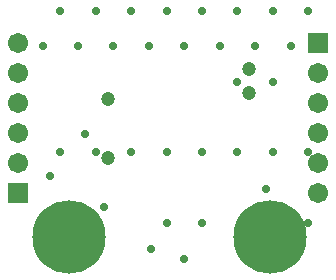
<source format=gbs>
G04*
G04 #@! TF.GenerationSoftware,Altium Limited,Altium Designer,18.1.9 (240)*
G04*
G04 Layer_Color=16711935*
%FSAX25Y25*%
%MOIN*%
G70*
G01*
G75*
%ADD21C,0.04737*%
%ADD22C,0.06706*%
%ADD23R,0.06706X0.06706*%
%ADD24C,0.24422*%
%ADD35C,0.02769*%
D21*
X0588559Y0240374D02*
D03*
X0541315Y0230532D02*
D03*
Y0210846D02*
D03*
X0588559Y0232500D02*
D03*
D22*
X0511500Y0248900D02*
D03*
Y0238900D02*
D03*
Y0228900D02*
D03*
Y0218900D02*
D03*
Y0208900D02*
D03*
X0611400Y0199000D02*
D03*
Y0209000D02*
D03*
Y0219000D02*
D03*
Y0229000D02*
D03*
Y0239000D02*
D03*
D23*
X0511500Y0198900D02*
D03*
X0611400Y0249000D02*
D03*
D24*
X0595500Y0184500D02*
D03*
X0528600D02*
D03*
D35*
X0594000Y0200400D02*
D03*
X0522000Y0204600D02*
D03*
X0540300Y0194400D02*
D03*
X0533700Y0218700D02*
D03*
X0555900Y0180300D02*
D03*
X0525590Y0212598D02*
D03*
X0519685Y0248031D02*
D03*
X0525590Y0259842D02*
D03*
X0537401Y0212598D02*
D03*
X0531496Y0248031D02*
D03*
X0537401Y0259842D02*
D03*
X0549212Y0212598D02*
D03*
X0543307Y0248031D02*
D03*
X0549212Y0259842D02*
D03*
X0561023Y0188976D02*
D03*
Y0212598D02*
D03*
X0555118Y0248031D02*
D03*
X0561023Y0259842D02*
D03*
X0566929Y0177165D02*
D03*
X0572834Y0188976D02*
D03*
Y0212598D02*
D03*
X0566929Y0248031D02*
D03*
X0572834Y0259842D02*
D03*
X0584646Y0212598D02*
D03*
Y0236220D02*
D03*
X0578740Y0248031D02*
D03*
X0584646Y0259842D02*
D03*
X0596456Y0212598D02*
D03*
Y0236220D02*
D03*
X0590551Y0248031D02*
D03*
X0596456Y0259842D02*
D03*
X0608267Y0188976D02*
D03*
Y0212598D02*
D03*
X0602362Y0248031D02*
D03*
X0608267Y0259842D02*
D03*
M02*

</source>
